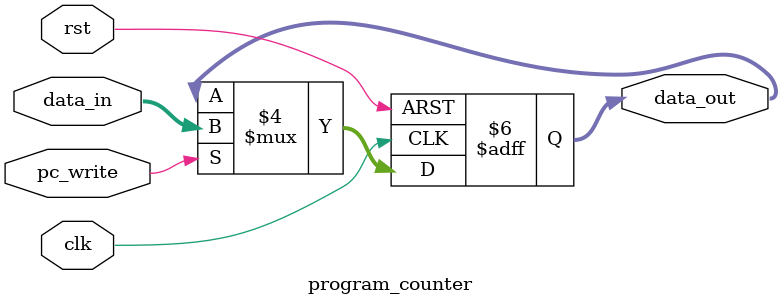
<source format=v>
`timescale 1ns / 1ps

module program_counter(data_in, clk, rst, pc_write, data_out); 
    input  [n-1:0] data_in; 
    input  clk, rst, pc_write; 
    output reg [n-1:0] data_out; 

    parameter n = 31; 
    
    always @(posedge rst, posedge clk)
    begin 
       if (rst == 1)     // asynch clr
          data_out <= 0;
       else if (pc_write == 1) 
          data_out <= data_in; 
    end
    
endmodule
</source>
